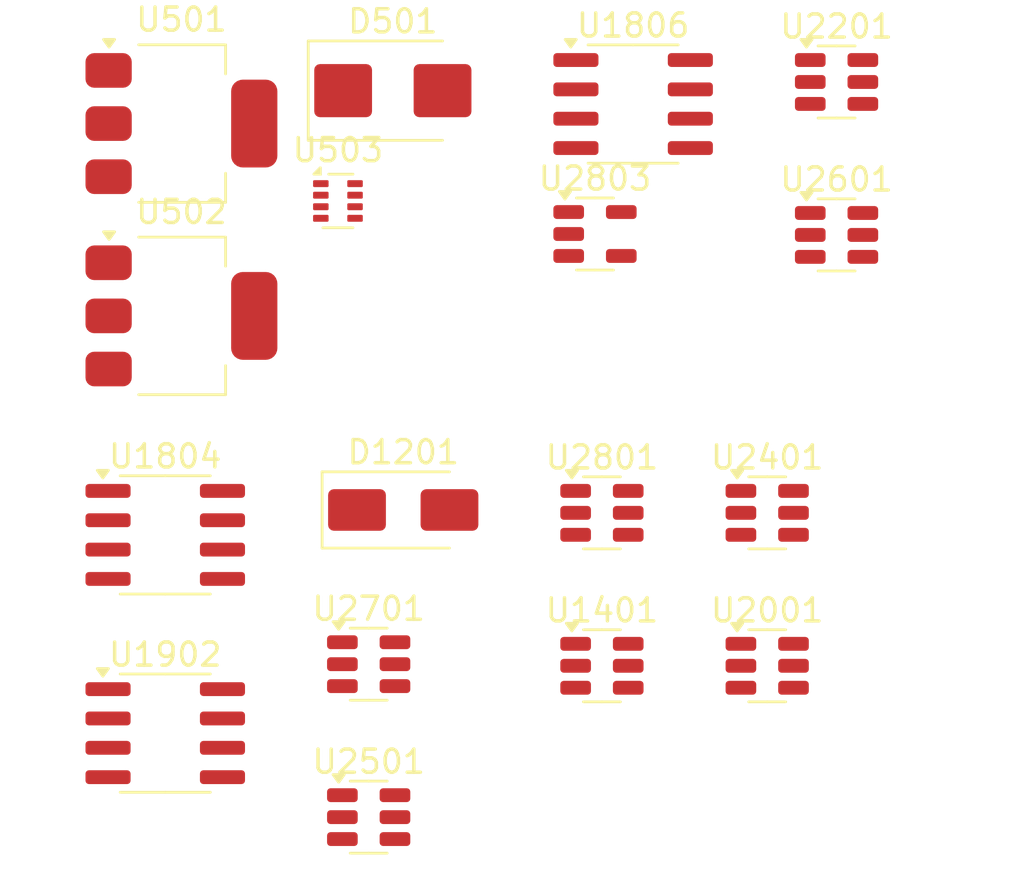
<source format=kicad_pcb>
(kicad_pcb (version 20241229) (generator "pcbnew") (generator_version "9.0")
  (layers (0 "F.Cu" signal) (2 "B.Cu" signal) (13 "F.Paste" user) (15 "B.Paste" user) (5 "F.SilkS" user "F.Silkscreen") (7 "B.SilkS" user "B.Silkscreen") (1 "F.Mask" user) (3 "B.Mask" user) (25 "Edge.Cuts" user))
  (net 0 "")
  (net 1 "+24V")
  (net 2 "GND")
  (net 3 "/Project Architecture/Bus Sensing/BUS_SENSING_ADC")
  (net 4 "Net-(U501-VI)")
  (net 5 "Net-(U501-VO)")
  (net 6 "+5V")
  (net 7 "Net-(U502-VI)")
  (net 8 "Net-(U503-SW)")
  (net 9 "Net-(U503-RT)")
  (net 10 "Net-(U503-FB)")
  (net 11 "Net-(U503-BST)")
  (net 13 "Net-(U503-SS)")
  (net 14 "+9V")
  (net 15 "Net-(U1401A-INA)")
  (net 16 "Net-(U1401A-ENA)")
  (net 17 "Net-(U1401B-INB)")
  (net 18 "Net-(U1401B-OUTB)")
  (net 19 "/Project Architecture/Full Bridge/MOTOR_CURRENT.A")
  (net 20 "Net-(U1801-VS)")
  (net 21 "+3V3")
  (net 22 "Net-(U1804-FILTER)")
  (net 23 "Net-(D1801-K)")
  (net 24 "/Project Architecture/PWM Channels/LED Current Sense/LED_POWER_OUTPUT")
  (net 25 "Net-(U1806-FILTER)")
  (net 26 "/Project Architecture/PWM Channels/LED Current Sense/LED_POWER_INPUT")
  (net 27 "/Project Architecture/PWM Channels/LED Current Sense/LED_CURRENT")
  (net 28 "Net-(U1803-VS)")
  (net 29 "Net-(U1902-FILTER)")
  (net 30 "Net-(D1901-K)")
  (net 31 "/Project Architecture/Full Bridge/MOTOR_CURRENT.B")
  (net 32 "Net-(U2001B-OUTB)")
  (net 33 "Net-(U2001A-ENA)")
  (net 34 "Net-(U2001A-INA)")
  (net 35 "Net-(U2001B-INB)")
  (net 36 "Net-(U2201B-OUTB)")
  (net 37 "Net-(U2201A-ENA)")
  (net 38 "Net-(U2201A-INA)")
  (net 39 "Net-(U2201B-INB)")
  (net 40 "Net-(U2401A-INA)")
  (net 41 "Net-(U2401B-INB)")
  (net 42 "Net-(U2401A-ENA)")
  (net 43 "Net-(U2401B-OUTB)")
  (net 44 "Net-(U2501A-ENA)")
  (net 45 "Net-(U2501B-OUTB)")
  (net 46 "Net-(U2501B-INB)")
  (net 47 "Net-(U2501A-INA)")
  (net 48 "Net-(U2601B-OUTB)")
  (net 49 "Net-(U2601A-ENA)")
  (net 50 "Net-(U2601A-INA)")
  (net 51 "Net-(U2601B-INB)")
  (net 52 "Net-(U2701B-OUTB)")
  (net 53 "Net-(U2701A-ENA)")
  (net 54 "Net-(U2701A-INA)")
  (net 55 "Net-(U2701B-INB)")
  (net 56 "Net-(U2801A-ENA)")
  (net 57 "Net-(U2801B-INB)")
  (net 58 "Net-(U2801B-OUTB)")
  (net 59 "Net-(U2801A-INA)")
  (net 60 "/Project Architecture/PWM Channels/LED Current Sense/~{FAULT}")
  (net 61 "/Project Architecture/PWM Channels/LED Current Sense/~{FAULT_RESET}")
  (footprint "Package_TO_SOT_SMD:SOT-23-6" (layer "F.Cu") (at 29.765 27.17)
    (property "Reference" "U2001" (at 0 -2.4 0) (layer "F.SilkS"))
    (property "Value" "BD_2EDN8533FXTMA1")
    (fp_line (start 0 -1.56) (end -0.8 -1.56) (stroke (width 0.12)) (layer "F.SilkS"))
    (fp_line (start 0 -1.56) (end 0.8 -1.56) (stroke (width 0.12)) (layer "F.SilkS"))
    (fp_line (start 0 1.56) (end -0.8 1.56) (stroke (width 0.12)) (layer "F.SilkS"))
    (fp_line (start 0 1.56) (end 0.8 1.56) (stroke (width 0.12)) (layer "F.SilkS"))
    (fp_poly (pts (xy -1.3 -1.51) (xy -1.54 -1.84) (xy -1.06 -1.84) (xy -1.3 -1.51)) (stroke (width 0.12)) (fill yes) (layer "F.SilkS"))
    (pad "1" smd roundrect (at -1.1375 -0.95) (size 1.325 0.6) (layers "F.Cu" "F.Mask" "F.Paste") (net 33 "Net-(U2001A-ENA)"))
    (pad "2" smd roundrect (at -1.1375 0) (size 1.325 0.6) (layers "F.Cu" "F.Mask" "F.Paste") (net 34 "Net-(U2001A-INA)"))
    (pad "3" smd roundrect (at -1.1375 0.95) (size 1.325 0.6) (layers "F.Cu" "F.Mask" "F.Paste") (net 2 "GND"))
    (pad "4" smd roundrect (at 1.1375 0.95) (size 1.325 0.6) (layers "F.Cu" "F.Mask" "F.Paste") (net 35 "Net-(U2001B-INB)"))
    (pad "5" smd roundrect (at 1.1375 0) (size 1.325 0.6) (layers "F.Cu" "F.Mask" "F.Paste") (net 32 "Net-(U2001B-OUTB)"))
    (pad "6" smd roundrect (at 1.1375 -0.95) (size 1.325 0.6) (layers "F.Cu" "F.Mask" "F.Paste") (net 14 "+9V"))
  )
  (footprint "Package_TO_SOT_SMD:SOT-583-8" (layer "F.Cu") (at 11.195 7.05)
    (property "Reference" "U503" (at 0 -2.2 0) (layer "F.SilkS"))
    (property "Value" "TPS6293X")
    (fp_line (start 0.65 -1.16) (end -0.4 -1.16) (stroke (width 0.12)) (layer "F.SilkS"))
    (fp_line (start 0.65 1.16) (end -0.65 1.16) (stroke (width 0.12)) (layer "F.SilkS"))
    (fp_poly (pts (xy -0.76 -1.16) (xy -1.04 -1.16) (xy -0.76 -1.44) (xy -0.76 -1.16)) (stroke (width 0.12)) (fill yes) (layer "F.SilkS"))
    (pad "1" smd roundrect (at -0.74 -0.75) (size 0.67 0.3) (layers "F.Cu" "F.Mask" "F.Paste") (roundrect_rratio 0.1666666667) (net 9 "Net-(U503-RT)"))
    (pad "2" smd roundrect (at -0.74 -0.25) (size 0.67 0.3) (layers "F.Cu" "F.Mask" "F.Paste") (roundrect_rratio 0.1666666667))
    (pad "3" smd roundrect (at -0.74 0.25) (size 0.67 0.3) (layers "F.Cu" "F.Mask" "F.Paste") (roundrect_rratio 0.1666666667) (net 1 "+24V"))
    (pad "4" smd roundrect (at -0.74 0.75) (size 0.67 0.3) (layers "F.Cu" "F.Mask" "F.Paste") (roundrect_rratio 0.1666666667) (net 2 "GND"))
    (pad "5" smd roundrect (at 0.74 0.75) (size 0.67 0.3) (layers "F.Cu" "F.Mask" "F.Paste") (roundrect_rratio 0.1666666667) (net 8 "Net-(U503-SW)"))
    (pad "6" smd roundrect (at 0.74 0.25) (size 0.67 0.3) (layers "F.Cu" "F.Mask" "F.Paste") (roundrect_rratio 0.1666666667) (net 11 "Net-(U503-BST)"))
    (pad "7" smd roundrect (at 0.74 -0.25) (size 0.67 0.3) (layers "F.Cu" "F.Mask" "F.Paste") (roundrect_rratio 0.1666666667) (net 13 "Net-(U503-SS)"))
    (pad "8" smd roundrect (at 0.74 -0.75) (size 0.67 0.3) (layers "F.Cu" "F.Mask" "F.Paste") (roundrect_rratio 0.1666666667) (net 10 "Net-(U503-FB)"))
  )
  (footprint "Package_TO_SOT_SMD:SOT-23-6" (layer "F.Cu") (at 22.615 27.17)
    (property "Reference" "U1401" (at 0 -2.4 0) (layer "F.SilkS"))
    (property "Value" "BD_2EDN8533FXTMA1")
    (fp_line (start 0 -1.56) (end -0.8 -1.56) (stroke (width 0.12)) (layer "F.SilkS"))
    (fp_line (start 0 -1.56) (end 0.8 -1.56) (stroke (width 0.12)) (layer "F.SilkS"))
    (fp_line (start 0 1.56) (end -0.8 1.56) (stroke (width 0.12)) (layer "F.SilkS"))
    (fp_line (start 0 1.56) (end 0.8 1.56) (stroke (width 0.12)) (layer "F.SilkS"))
    (fp_poly (pts (xy -1.3 -1.51) (xy -1.54 -1.84) (xy -1.06 -1.84) (xy -1.3 -1.51)) (stroke (width 0.12)) (fill yes) (layer "F.SilkS"))
    (pad "1" smd roundrect (at -1.1375 -0.95) (size 1.325 0.6) (layers "F.Cu" "F.Mask" "F.Paste") (net 16 "Net-(U1401A-ENA)"))
    (pad "2" smd roundrect (at -1.1375 0) (size 1.325 0.6) (layers "F.Cu" "F.Mask" "F.Paste") (net 15 "Net-(U1401A-INA)"))
    (pad "3" smd roundrect (at -1.1375 0.95) (size 1.325 0.6) (layers "F.Cu" "F.Mask" "F.Paste") (net 2 "GND"))
    (pad "4" smd roundrect (at 1.1375 0.95) (size 1.325 0.6) (layers "F.Cu" "F.Mask" "F.Paste") (net 17 "Net-(U1401B-INB)"))
    (pad "5" smd roundrect (at 1.1375 0) (size 1.325 0.6) (layers "F.Cu" "F.Mask" "F.Paste") (net 18 "Net-(U1401B-OUTB)"))
    (pad "6" smd roundrect (at 1.1375 -0.95) (size 1.325 0.6) (layers "F.Cu" "F.Mask" "F.Paste") (net 14 "+9V"))
  )
  (footprint "Diode_SMD:D_SMB" (layer "F.Cu") (at 13.57 2.275)
    (property "Reference" "D501" (at 0 -3 0) (layer "F.SilkS"))
    (property "Value" "SM6T30A")
    (fp_line (start -3.66 -2.15) (end -3.66 2.15) (stroke (width 0.12)) (layer "F.SilkS"))
    (fp_line (start -3.66 -2.15) (end 2.15 -2.15) (stroke (width 0.12)) (layer "F.SilkS"))
    (fp_line (start -3.66 2.15) (end 2.15 2.15) (stroke (width 0.12)) (layer "F.SilkS"))
    (pad "1" smd roundrect (at -2.15 0) (size 2.5 2.3) (layers "F.Cu" "F.Mask" "F.Paste") (roundrect_rratio 0.1086956522) (net 1 "+24V"))
    (pad "2" smd roundrect (at 2.15 0) (size 2.5 2.3) (layers "F.Cu" "F.Mask" "F.Paste") (roundrect_rratio 0.1086956522) (net 2 "GND"))
  )
  (footprint "Diode_SMD:D_SMA" (layer "F.Cu") (at 14.02 20.425)
    (property "Reference" "D1201" (at 0 -2.5 0) (layer "F.SilkS"))
    (property "Value" "SMAJ5.0A")
    (fp_line (start -3.51 -1.65) (end -3.51 1.65) (stroke (width 0.12)) (layer "F.SilkS"))
    (fp_line (start -3.51 -1.65) (end 2 -1.65) (stroke (width 0.12)) (layer "F.SilkS"))
    (fp_line (start -3.51 1.65) (end 2 1.65) (stroke (width 0.12)) (layer "F.SilkS"))
    (pad "1" smd roundrect (at -2 0) (size 2.5 1.8) (layers "F.Cu" "F.Mask" "F.Paste") (roundrect_rratio 0.1388888889) (net 3 "/Project Architecture/Bus Sensing/BUS_SENSING_ADC"))
    (pad "2" smd roundrect (at 2 0) (size 2.5 1.8) (layers "F.Cu" "F.Mask" "F.Paste") (roundrect_rratio 0.1388888889) (net 2 "GND"))
  )
  (footprint "Package_TO_SOT_SMD:SOT-223-3_TabPin2" (layer "F.Cu") (at 4.425 12.025)
    (property "Reference" "U502" (at 0 -4.5 0) (layer "F.SilkS"))
    (property "Value" "AMS1117-5.0")
    (fp_line (start -1.85 -3.41) (end 1.91 -3.41) (stroke (width 0.12)) (layer "F.SilkS"))
    (fp_line (start -1.85 3.41) (end 1.91 3.41) (stroke (width 0.12)) (layer "F.SilkS"))
    (fp_line (start 1.91 -3.41) (end 1.91 -2.15) (stroke (width 0.12)) (layer "F.SilkS"))
    (fp_line (start 1.91 3.41) (end 1.91 2.15) (stroke (width 0.12)) (layer "F.SilkS"))
    (fp_poly (pts (xy -3.13 -3.31) (xy -3.37 -3.64) (xy -2.89 -3.64) (xy -3.13 -3.31)) (stroke (width 0.12)) (fill yes) (layer "F.SilkS"))
    (pad "1" smd roundrect (at -3.15 -2.3) (size 2 1.5) (layers "F.Cu" "F.Mask" "F.Paste") (net 2 "GND"))
    (pad "2" smd roundrect (at -3.15 0) (size 2 1.5) (layers "F.Cu" "F.Mask" "F.Paste") (net 6 "+5V"))
    (pad "2" smd roundrect (at 3.15 0) (size 2 3.8) (layers "F.Cu" "F.Mask" "F.Paste") (net 6 "+5V"))
    (pad "3" smd roundrect (at -3.15 2.3) (size 2 1.5) (layers "F.Cu" "F.Mask" "F.Paste") (net 7 "Net-(U502-VI)"))
  )
  (footprint "Package_SO:SOIC-8_3.9x4.9mm_P1.27mm" (layer "F.Cu") (at 3.725 21.505)
    (property "Reference" "U1804" (at 0 -3.4 0) (layer "F.SilkS"))
    (property "Value" "ACS712xLCTR-30A")
    (fp_line (start 0 -2.56) (end -1.95 -2.56) (stroke (width 0.12)) (layer "F.SilkS"))
    (fp_line (start 0 -2.56) (end 1.95 -2.56) (stroke (width 0.12)) (layer "F.SilkS"))
    (fp_line (start 0 2.56) (end -1.95 2.56) (stroke (width 0.12)) (layer "F.SilkS"))
    (fp_line (start 0 2.56) (end 1.95 2.56) (stroke (width 0.12)) (layer "F.SilkS"))
    (fp_poly (pts (xy -2.7 -2.465) (xy -2.94 -2.795) (xy -2.46 -2.795) (xy -2.7 -2.465)) (stroke (width 0.12)) (fill yes) (layer "F.SilkS"))
    (pad "1" smd roundrect (at -2.475 -1.905) (size 1.95 0.6) (layers "F.Cu" "F.Mask" "F.Paste") (net 23 "Net-(D1801-K)"))
    (pad "2" smd roundrect (at -2.475 -0.635) (size 1.95 0.6) (layers "F.Cu" "F.Mask" "F.Paste") (net 23 "Net-(D1801-K)"))
    (pad "3" smd roundrect (at -2.475 0.635) (size 1.95 0.6) (layers "F.Cu" "F.Mask" "F.Paste") (net 20 "Net-(U1801-VS)"))
    (pad "4" smd roundrect (at -2.475 1.905) (size 1.95 0.6) (layers "F.Cu" "F.Mask" "F.Paste") (net 20 "Net-(U1801-VS)"))
    (pad "5" smd roundrect (at 2.475 1.905) (size 1.95 0.6) (layers "F.Cu" "F.Mask" "F.Paste") (net 2 "GND"))
    (pad "6" smd roundrect (at 2.475 0.635) (size 1.95 0.6) (layers "F.Cu" "F.Mask" "F.Paste") (net 22 "Net-(U1804-FILTER)"))
    (pad "7" smd roundrect (at 2.475 -0.635) (size 1.95 0.6) (layers "F.Cu" "F.Mask" "F.Paste") (net 19 "/Project Architecture/Full Bridge/MOTOR_CURRENT.A"))
    (pad "8" smd roundrect (at 2.475 -1.905) (size 1.95 0.6) (layers "F.Cu" "F.Mask" "F.Paste") (net 21 "+3V3"))
  )
  (footprint "Package_TO_SOT_SMD:SOT-223-3_TabPin2" (layer "F.Cu") (at 4.425 3.7)
    (property "Reference" "U501" (at 0 -4.5 0) (layer "F.SilkS"))
    (property "Value" "AMS1117-3.3")
    (fp_line (start -1.85 -3.41) (end 1.91 -3.41) (stroke (width 0.12)) (layer "F.SilkS"))
    (fp_line (start -1.85 3.41) (end 1.91 3.41) (stroke (width 0.12)) (layer "F.SilkS"))
    (fp_line (start 1.91 -3.41) (end 1.91 -2.15) (stroke (width 0.12)) (layer "F.SilkS"))
    (fp_line (start 1.91 3.41) (end 1.91 2.15) (stroke (width 0.12)) (layer "F.SilkS"))
    (fp_poly (pts (xy -3.13 -3.31) (xy -3.37 -3.64) (xy -2.89 -3.64) (xy -3.13 -3.31)) (stroke (width 0.12)) (fill yes) (layer "F.SilkS"))
    (pad "1" smd roundrect (at -3.15 -2.3) (size 2 1.5) (layers "F.Cu" "F.Mask" "F.Paste") (net 2 "GND"))
    (pad "2" smd roundrect (at -3.15 0) (size 2 1.5) (layers "F.Cu" "F.Mask" "F.Paste") (net 5 "Net-(U501-VO)"))
    (pad "2" smd roundrect (at 3.15 0) (size 2 3.8) (layers "F.Cu" "F.Mask" "F.Paste") (net 5 "Net-(U501-VO)"))
    (pad "3" smd roundrect (at -3.15 2.3) (size 2 1.5) (layers "F.Cu" "F.Mask" "F.Paste") (net 4 "Net-(U501-VI)"))
  )
  (footprint "Package_TO_SOT_SMD:SOT-23-6" (layer "F.Cu") (at 12.525 33.72)
    (property "Reference" "U2501" (at 0 -2.4 0) (layer "F.SilkS"))
    (property "Value" "BD_2EDN8533FXTMA1")
    (fp_line (start 0 -1.56) (end -0.8 -1.56) (stroke (width 0.12)) (layer "F.SilkS"))
    (fp_line (start 0 -1.56) (end 0.8 -1.56) (stroke (width 0.12)) (layer "F.SilkS"))
    (fp_line (start 0 1.56) (end -0.8 1.56) (stroke (width 0.12)) (layer "F.SilkS"))
    (fp_line (start 0 1.56) (end 0.8 1.56) (stroke (width 0.12)) (layer "F.SilkS"))
    (fp_poly (pts (xy -1.3 -1.51) (xy -1.54 -1.84) (xy -1.06 -1.84) (xy -1.3 -1.51)) (stroke (width 0.12)) (fill yes) (layer "F.SilkS"))
    (pad "1" smd roundrect (at -1.1375 -0.95) (size 1.325 0.6) (layers "F.Cu" "F.Mask" "F.Paste") (net 44 "Net-(U2501A-ENA)"))
    (pad "2" smd roundrect (at -1.1375 0) (size 1.325 0.6) (layers "F.Cu" "F.Mask" "F.Paste") (net 47 "Net-(U2501A-INA)"))
    (pad "3" smd roundrect (at -1.1375 0.95) (size 1.325 0.6) (layers "F.Cu" "F.Mask" "F.Paste") (net 2 "GND"))
    (pad "4" smd roundrect (at 1.1375 0.95) (size 1.325 0.6) (layers "F.Cu" "F.Mask" "F.Paste") (net 46 "Net-(U2501B-INB)"))
    (pad "5" smd roundrect (at 1.1375 0) (size 1.325 0.6) (layers "F.Cu" "F.Mask" "F.Paste") (net 45 "Net-(U2501B-OUTB)"))
    (pad "6" smd roundrect (at 1.1375 -0.95) (size 1.325 0.6) (layers "F.Cu" "F.Mask" "F.Paste") (net 14 "+9V"))
  )
  (footprint "Package_TO_SOT_SMD:SOT-23-6" (layer "F.Cu") (at 32.765 1.9)
    (property "Reference" "U2201" (at 0 -2.4 0) (layer "F.SilkS"))
    (property "Value" "BD_2EDN8533FXTMA1")
    (fp_line (start 0 -1.56) (end -0.8 -1.56) (stroke (width 0.12)) (layer "F.SilkS"))
    (fp_line (start 0 -1.56) (end 0.8 -1.56) (stroke (width 0.12)) (layer "F.SilkS"))
    (fp_line (start 0 1.56) (end -0.8 1.56) (stroke (width 0.12)) (layer "F.SilkS"))
    (fp_line (start 0 1.56) (end 0.8 1.56) (stroke (width 0.12)) (layer "F.SilkS"))
    (fp_poly (pts (xy -1.3 -1.51) (xy -1.54 -1.84) (xy -1.06 -1.84) (xy -1.3 -1.51)) (stroke (width 0.12)) (fill yes) (layer "F.SilkS"))
    (pad "1" smd roundrect (at -1.1375 -0.95) (size 1.325 0.6) (layers "F.Cu" "F.Mask" "F.Paste") (net 37 "Net-(U2201A-ENA)"))
    (pad "2" smd roundrect (at -1.1375 0) (size 1.325 0.6) (layers "F.Cu" "F.Mask" "F.Paste") (net 38 "Net-(U2201A-INA)"))
    (pad "3" smd roundrect (at -1.1375 0.95) (size 1.325 0.6) (layers "F.Cu" "F.Mask" "F.Paste") (net 2 "GND"))
    (pad "4" smd roundrect (at 1.1375 0.95) (size 1.325 0.6) (layers "F.Cu" "F.Mask" "F.Paste") (net 39 "Net-(U2201B-INB)"))
    (pad "5" smd roundrect (at 1.1375 0) (size 1.325 0.6) (layers "F.Cu" "F.Mask" "F.Paste") (net 36 "Net-(U2201B-OUTB)"))
    (pad "6" smd roundrect (at 1.1375 -0.95) (size 1.325 0.6) (layers "F.Cu" "F.Mask" "F.Paste") (net 14 "+9V"))
  )
  (footprint "Package_SO:SOIC-8_3.9x4.9mm_P1.27mm" (layer "F.Cu") (at 3.725 30.085)
    (property "Reference" "U1902" (at 0 -3.4 0) (layer "F.SilkS"))
    (property "Value" "ACS712xLCTR-30A")
    (fp_line (start 0 -2.56) (end -1.95 -2.56) (stroke (width 0.12)) (layer "F.SilkS"))
    (fp_line (start 0 -2.56) (end 1.95 -2.56) (stroke (width 0.12)) (layer "F.SilkS"))
    (fp_line (start 0 2.56) (end -1.95 2.56) (stroke (width 0.12)) (layer "F.SilkS"))
    (fp_line (start 0 2.56) (end 1.95 2.56) (stroke (width 0.12)) (layer "F.SilkS"))
    (fp_poly (pts (xy -2.7 -2.465) (xy -2.94 -2.795) (xy -2.46 -2.795) (xy -2.7 -2.465)) (stroke (width 0.12)) (fill yes) (layer "F.SilkS"))
    (pad "1" smd roundrect (at -2.475 -1.905) (size 1.95 0.6) (layers "F.Cu" "F.Mask" "F.Paste") (net 30 "Net-(D1901-K)"))
    (pad "2" smd roundrect (at -2.475 -0.635) (size 1.95 0.6) (layers "F.Cu" "F.Mask" "F.Paste") (net 30 "Net-(D1901-K)"))
    (pad "3" smd roundrect (at -2.475 0.635) (size 1.95 0.6) (layers "F.Cu" "F.Mask" "F.Paste") (net 28 "Net-(U1803-VS)"))
    (pad "4" smd roundrect (at -2.475 1.905) (size 1.95 0.6) (layers "F.Cu" "F.Mask" "F.Paste") (net 28 "Net-(U1803-VS)"))
    (pad "5" smd roundrect (at 2.475 1.905) (size 1.95 0.6) (layers "F.Cu" "F.Mask" "F.Paste") (net 2 "GND"))
    (pad "6" smd roundrect (at 2.475 0.635) (size 1.95 0.6) (layers "F.Cu" "F.Mask" "F.Paste") (net 29 "Net-(U1902-FILTER)"))
    (pad "7" smd roundrect (at 2.475 -0.635) (size 1.95 0.6) (layers "F.Cu" "F.Mask" "F.Paste") (net 31 "/Project Architecture/Full Bridge/MOTOR_CURRENT.B"))
    (pad "8" smd roundrect (at 2.475 -1.905) (size 1.95 0.6) (layers "F.Cu" "F.Mask" "F.Paste") (net 21 "+3V3"))
  )
  (footprint "Package_TO_SOT_SMD:SOT-23-5" (layer "F.Cu") (at 22.315 8.48)
    (property "Reference" "U2803" (at 0 -2.4 0) (layer "F.SilkS"))
    (property "Value" "MCP6001-OT")
    (fp_line (start 0 -1.56) (end -0.8 -1.56) (stroke (width 0.12)) (layer "F.SilkS"))
    (fp_line (start 0 -1.56) (end 0.8 -1.56) (stroke (width 0.12)) (layer "F.SilkS"))
    (fp_line (start 0 1.56) (end -0.8 1.56) (stroke (width 0.12)) (layer "F.SilkS"))
    (fp_line (start 0 1.56) (end 0.8 1.56) (stroke (width 0.12)) (layer "F.SilkS"))
    (fp_poly (pts (xy -1.3 -1.51) (xy -1.54 -1.84) (xy -1.06 -1.84) (xy -1.3 -1.51)) (stroke (width 0.12)) (fill yes) (layer "F.SilkS"))
    (pad "1" smd roundrect (at -1.1375 -0.95) (size 1.325 0.6) (layers "F.Cu" "F.Mask" "F.Paste") (net 60 "/Project Architecture/PWM Channels/LED Current Sense/~{FAULT}"))
    (pad "2" smd roundrect (at -1.1375 0) (size 1.325 0.6) (layers "F.Cu" "F.Mask" "F.Paste") (net 2 "GND"))
    (pad "3" smd roundrect (at -1.1375 0.95) (size 1.325 0.6) (layers "F.Cu" "F.Mask" "F.Paste") (net 61 "/Project Architecture/PWM Channels/LED Current Sense/~{FAULT_RESET}"))
    (pad "4" smd roundrect (at 1.1375 0.95) (size 1.325 0.6) (layers "F.Cu" "F.Mask" "F.Paste") (net 27 "/Project Architecture/PWM Channels/LED Current Sense/LED_CURRENT"))
    (pad "5" smd roundrect (at 1.1375 -0.95) (size 1.325 0.6) (layers "F.Cu" "F.Mask" "F.Paste") (net 21 "+3V3"))
  )
  (footprint "Package_TO_SOT_SMD:SOT-23-6" (layer "F.Cu") (at 12.525 27.1)
    (property "Reference" "U2701" (at 0 -2.4 0) (layer "F.SilkS"))
    (property "Value" "BD_2EDN8533FXTMA1")
    (fp_line (start 0 -1.56) (end -0.8 -1.56) (stroke (width 0.12)) (layer "F.SilkS"))
    (fp_line (start 0 -1.56) (end 0.8 -1.56) (stroke (width 0.12)) (layer "F.SilkS"))
    (fp_line (start 0 1.56) (end -0.8 1.56) (stroke (width 0.12)) (layer "F.SilkS"))
    (fp_line (start 0 1.56) (end 0.8 1.56) (stroke (width 0.12)) (layer "F.SilkS"))
    (fp_poly (pts (xy -1.3 -1.51) (xy -1.54 -1.84) (xy -1.06 -1.84) (xy -1.3 -1.51)) (stroke (width 0.12)) (fill yes) (layer "F.SilkS"))
    (pad "1" smd roundrect (at -1.1375 -0.95) (size 1.325 0.6) (layers "F.Cu" "F.Mask" "F.Paste") (net 53 "Net-(U2701A-ENA)"))
    (pad "2" smd roundrect (at -1.1375 0) (size 1.325 0.6) (layers "F.Cu" "F.Mask" "F.Paste") (net 54 "Net-(U2701A-INA)"))
    (pad "3" smd roundrect (at -1.1375 0.95) (size 1.325 0.6) (layers "F.Cu" "F.Mask" "F.Paste") (net 2 "GND"))
    (pad "4" smd roundrect (at 1.1375 0.95) (size 1.325 0.6) (layers "F.Cu" "F.Mask" "F.Paste") (net 55 "Net-(U2701B-INB)"))
    (pad "5" smd roundrect (at 1.1375 0) (size 1.325 0.6) (layers "F.Cu" "F.Mask" "F.Paste") (net 52 "Net-(U2701B-OUTB)"))
    (pad "6" smd roundrect (at 1.1375 -0.95) (size 1.325 0.6) (layers "F.Cu" "F.Mask" "F.Paste") (net 14 "+9V"))
  )
  (footprint "Package_TO_SOT_SMD:SOT-23-6" (layer "F.Cu") (at 32.765 8.52)
    (property "Reference" "U2601" (at 0 -2.4 0) (layer "F.SilkS"))
    (property "Value" "BD_2EDN8533FXTMA1")
    (fp_line (start 0 -1.56) (end -0.8 -1.56) (stroke (width 0.12)) (layer "F.SilkS"))
    (fp_line (start 0 -1.56) (end 0.8 -1.56) (stroke (width 0.12)) (layer "F.SilkS"))
    (fp_line (start 0 1.56) (end -0.8 1.56) (stroke (width 0.12)) (layer "F.SilkS"))
    (fp_line (start 0 1.56) (end 0.8 1.56) (stroke (width 0.12)) (layer "F.SilkS"))
    (fp_poly (pts (xy -1.3 -1.51) (xy -1.54 -1.84) (xy -1.06 -1.84) (xy -1.3 -1.51)) (stroke (width 0.12)) (fill yes) (layer "F.SilkS"))
    (pad "1" smd roundrect (at -1.1375 -0.95) (size 1.325 0.6) (layers "F.Cu" "F.Mask" "F.Paste") (net 49 "Net-(U2601A-ENA)"))
    (pad "2" smd roundrect (at -1.1375 0) (size 1.325 0.6) (layers "F.Cu" "F.Mask" "F.Paste") (net 50 "Net-(U2601A-INA)"))
    (pad "3" smd roundrect (at -1.1375 0.95) (size 1.325 0.6) (layers "F.Cu" "F.Mask" "F.Paste") (net 2 "GND"))
    (pad "4" smd roundrect (at 1.1375 0.95) (size 1.325 0.6) (layers "F.Cu" "F.Mask" "F.Paste") (net 51 "Net-(U2601B-INB)"))
    (pad "5" smd roundrect (at 1.1375 0) (size 1.325 0.6) (layers "F.Cu" "F.Mask" "F.Paste") (net 48 "Net-(U2601B-OUTB)"))
    (pad "6" smd roundrect (at 1.1375 -0.95) (size 1.325 0.6) (layers "F.Cu" "F.Mask" "F.Paste") (net 14 "+9V"))
  )
  (footprint "Package_TO_SOT_SMD:SOT-23-6" (layer "F.Cu") (at 29.765 20.55)
    (property "Reference" "U2401" (at 0 -2.4 0) (layer "F.SilkS"))
    (property "Value" "BD_2EDN8533FXTMA1")
    (fp_line (start 0 -1.56) (end -0.8 -1.56) (stroke (width 0.12)) (layer "F.SilkS"))
    (fp_line (start 0 -1.56) (end 0.8 -1.56) (stroke (width 0.12)) (layer "F.SilkS"))
    (fp_line (start 0 1.56) (end -0.8 1.56) (stroke (width 0.12)) (layer "F.SilkS"))
    (fp_line (start 0 1.56) (end 0.8 1.56) (stroke (width 0.12)) (layer "F.SilkS"))
    (fp_poly (pts (xy -1.3 -1.51) (xy -1.54 -1.84) (xy -1.06 -1.84) (xy -1.3 -1.51)) (stroke (width 0.12)) (fill yes) (layer "F.SilkS"))
    (pad "1" smd roundrect (at -1.1375 -0.95) (size 1.325 0.6) (layers "F.Cu" "F.Mask" "F.Paste") (net 42 "Net-(U2401A-ENA)"))
    (pad "2" smd roundrect (at -1.1375 0) (size 1.325 0.6) (layers "F.Cu" "F.Mask" "F.Paste") (net 40 "Net-(U2401A-INA)"))
    (pad "3" smd roundrect (at -1.1375 0.95) (size 1.325 0.6) (layers "F.Cu" "F.Mask" "F.Paste") (net 2 "GND"))
    (pad "4" smd roundrect (at 1.1375 0.95) (size 1.325 0.6) (layers "F.Cu" "F.Mask" "F.Paste") (net 41 "Net-(U2401B-INB)"))
    (pad "5" smd roundrect (at 1.1375 0) (size 1.325 0.6) (layers "F.Cu" "F.Mask" "F.Paste") (net 43 "Net-(U2401B-OUTB)"))
    (pad "6" smd roundrect (at 1.1375 -0.95) (size 1.325 0.6) (layers "F.Cu" "F.Mask" "F.Paste") (net 14 "+9V"))
  )
  (footprint "Package_TO_SOT_SMD:SOT-23-6" (layer "F.Cu") (at 22.615 20.55)
    (property "Reference" "U2801" (at 0 -2.4 0) (layer "F.SilkS"))
    (property "Value" "BD_2EDN8533FXTMA1")
    (fp_line (start 0 -1.56) (end -0.8 -1.56) (stroke (width 0.12)) (layer "F.SilkS"))
    (fp_line (start 0 -1.56) (end 0.8 -1.56) (stroke (width 0.12)) (layer "F.SilkS"))
    (fp_line (start 0 1.56) (end -0.8 1.56) (stroke (width 0.12)) (layer "F.SilkS"))
    (fp_line (start 0 1.56) (end 0.8 1.56) (stroke (width 0.12)) (layer "F.SilkS"))
    (fp_poly (pts (xy -1.3 -1.51) (xy -1.54 -1.84) (xy -1.06 -1.84) (xy -1.3 -1.51)) (stroke (width 0.12)) (fill yes) (layer "F.SilkS"))
    (pad "1" smd roundrect (at -1.1375 -0.95) (size 1.325 0.6) (layers "F.Cu" "F.Mask" "F.Paste") (net 56 "Net-(U2801A-ENA)"))
    (pad "2" smd roundrect (at -1.1375 0) (size 1.325 0.6) (layers "F.Cu" "F.Mask" "F.Paste") (net 59 "Net-(U2801A-INA)"))
    (pad "3" smd roundrect (at -1.1375 0.95) (size 1.325 0.6) (layers "F.Cu" "F.Mask" "F.Paste") (net 2 "GND"))
    (pad "4" smd roundrect (at 1.1375 0.95) (size 1.325 0.6) (layers "F.Cu" "F.Mask" "F.Paste") (net 57 "Net-(U2801B-INB)"))
    (pad "5" smd roundrect (at 1.1375 0) (size 1.325 0.6) (layers "F.Cu" "F.Mask" "F.Paste") (net 58 "Net-(U2801B-OUTB)"))
    (pad "6" smd roundrect (at 1.1375 -0.95) (size 1.325 0.6) (layers "F.Cu" "F.Mask" "F.Paste") (net 14 "+9V"))
  )
  (footprint "Package_SO:SOIC-8_3.9x4.9mm_P1.27mm" (layer "F.Cu") (at 23.965 2.855)
    (property "Reference" "U1806" (at 0 -3.4 0) (layer "F.SilkS"))
    (property "Value" "ACS712xLCTR-30A")
    (fp_line (start 0 -2.56) (end -1.95 -2.56) (stroke (width 0.12)) (layer "F.SilkS"))
    (fp_line (start 0 -2.56) (end 1.95 -2.56) (stroke (width 0.12)) (layer "F.SilkS"))
    (fp_line (start 0 2.56) (end -1.95 2.56) (stroke (width 0.12)) (layer "F.SilkS"))
    (fp_line (start 0 2.56) (end 1.95 2.56) (stroke (width 0.12)) (layer "F.SilkS"))
    (fp_poly (pts (xy -2.7 -2.465) (xy -2.94 -2.795) (xy -2.46 -2.795) (xy -2.7 -2.465)) (stroke (width 0.12)) (fill yes) (layer "F.SilkS"))
    (pad "1" smd roundrect (at -2.475 -1.905) (size 1.95 0.6) (layers "F.Cu" "F.Mask" "F.Paste") (net 26 "/Project Architecture/PWM Channels/LED Current Sense/LED_POWER_INPUT"))
    (pad "2" smd roundrect (at -2.475 -0.635) (size 1.95 0.6) (layers "F.Cu" "F.Mask" "F.Paste") (net 26 "/Project Architecture/PWM Channels/LED Current Sense/LED_POWER_INPUT"))
    (pad "3" smd roundrect (at -2.475 0.635) (size 1.95 0.6) (layers "F.Cu" "F.Mask" "F.Paste") (net 24 "/Project Architecture/PWM Channels/LED Current Sense/LED_POWER_OUTPUT"))
    (pad "4" smd roundrect (at -2.475 1.905) (size 1.95 0.6) (layers "F.Cu" "F.Mask" "F.Paste") (net 24 "/Project Architecture/PWM Channels/LED Current Sense/LED_POWER_OUTPUT"))
    (pad "5" smd roundrect (at 2.475 1.905) (size 1.95 0.6) (layers "F.Cu" "F.Mask" "F.Paste") (net 2 "GND"))
    (pad "6" smd roundrect (at 2.475 0.635) (size 1.95 0.6) (layers "F.Cu" "F.Mask" "F.Paste") (net 25 "Net-(U1806-FILTER)"))
    (pad "7" smd roundrect (at 2.475 -0.635) (size 1.95 0.6) (layers "F.Cu" "F.Mask" "F.Paste") (net 27 "/Project Architecture/PWM Channels/LED Current Sense/LED_CURRENT"))
    (pad "8" smd roundrect (at 2.475 -1.905) (size 1.95 0.6) (layers "F.Cu" "F.Mask" "F.Paste") (net 21 "+3V3"))
  )
)
</source>
